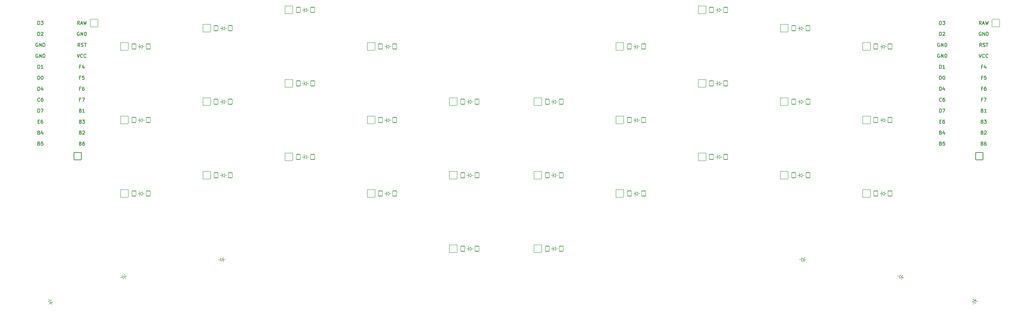
<source format=gbr>
%TF.GenerationSoftware,KiCad,Pcbnew,(6.0.4)*%
%TF.CreationDate,2022-07-03T23:33:08-04:00*%
%TF.ProjectId,glitch36,676c6974-6368-4333-962e-6b696361645f,v1.0.0*%
%TF.SameCoordinates,Original*%
%TF.FileFunction,Legend,Top*%
%TF.FilePolarity,Positive*%
%FSLAX46Y46*%
G04 Gerber Fmt 4.6, Leading zero omitted, Abs format (unit mm)*
G04 Created by KiCad (PCBNEW (6.0.4)) date 2022-07-03 23:33:08*
%MOMM*%
%LPD*%
G01*
G04 APERTURE LIST*
G04 Aperture macros list*
%AMRoundRect*
0 Rectangle with rounded corners*
0 $1 Rounding radius*
0 $2 $3 $4 $5 $6 $7 $8 $9 X,Y pos of 4 corners*
0 Add a 4 corners polygon primitive as box body*
4,1,4,$2,$3,$4,$5,$6,$7,$8,$9,$2,$3,0*
0 Add four circle primitives for the rounded corners*
1,1,$1+$1,$2,$3*
1,1,$1+$1,$4,$5*
1,1,$1+$1,$6,$7*
1,1,$1+$1,$8,$9*
0 Add four rect primitives between the rounded corners*
20,1,$1+$1,$2,$3,$4,$5,0*
20,1,$1+$1,$4,$5,$6,$7,0*
20,1,$1+$1,$6,$7,$8,$9,0*
20,1,$1+$1,$8,$9,$2,$3,0*%
G04 Aperture macros list end*
%ADD10C,0.150000*%
%ADD11C,0.100000*%
%ADD12R,1.752600X1.752600*%
%ADD13C,1.752600*%
%ADD14C,3.529000*%
%ADD15C,1.801800*%
%ADD16C,2.600000*%
%ADD17RoundRect,0.050000X-0.450000X-0.600000X0.450000X-0.600000X0.450000X0.600000X-0.450000X0.600000X0*%
%ADD18C,2.005000*%
%ADD19RoundRect,0.050000X-0.889000X-0.889000X0.889000X-0.889000X0.889000X0.889000X-0.889000X0.889000X0*%
%ADD20RoundRect,0.050000X0.500581X0.558497X-0.395994X0.636937X-0.500581X-0.558497X0.395994X-0.636937X0*%
%ADD21RoundRect,0.050000X0.963099X0.808136X-0.808136X0.963099X-0.963099X-0.808136X0.808136X-0.963099X0*%
%ADD22RoundRect,0.050000X0.589958X0.463087X-0.279375X0.696024X-0.589958X-0.463087X0.279375X-0.696024X0*%
%ADD23RoundRect,0.050000X1.088798X0.628618X-0.628618X1.088798X-1.088798X-0.628618X0.628618X-1.088798X0*%
%ADD24RoundRect,0.050000X-0.294615X0.689711X-0.744615X-0.089711X0.294615X-0.689711X0.744615X0.089711X0*%
%ADD25RoundRect,0.050000X-0.325397X1.214397X-1.214397X-0.325397X0.325397X-1.214397X1.214397X0.325397X0*%
%ADD26RoundRect,0.050000X0.395994X0.636937X-0.500581X0.558497X-0.395994X-0.636937X0.500581X-0.558497X0*%
%ADD27RoundRect,0.050000X0.808136X0.963099X-0.963099X0.808136X-0.808136X-0.963099X0.963099X-0.808136X0*%
%ADD28RoundRect,0.050000X0.279375X0.696024X-0.589958X0.463087X-0.279375X-0.696024X0.589958X-0.463087X0*%
%ADD29RoundRect,0.050000X0.628618X1.088798X-1.088798X0.628618X-0.628618X-1.088798X1.088798X-0.628618X0*%
%ADD30RoundRect,0.050000X0.744615X-0.089711X0.294615X0.689711X-0.744615X0.089711X-0.294615X-0.689711X0*%
%ADD31RoundRect,0.050000X1.214397X-0.325397X0.325397X1.214397X-1.214397X0.325397X-0.325397X-1.214397X0*%
%ADD32RoundRect,0.050000X-0.876300X0.876300X-0.876300X-0.876300X0.876300X-0.876300X0.876300X0.876300X0*%
%ADD33C,1.852600*%
%ADD34C,1.600000*%
%ADD35O,2.300000X1.700000*%
%ADD36O,1.800000X1.800000*%
%ADD37RoundRect,0.050000X-0.850000X-0.850000X0.850000X-0.850000X0.850000X0.850000X-0.850000X0.850000X0*%
%ADD38C,4.500000*%
%ADD39C,0.900000*%
G04 APERTURE END LIST*
D10*
%TO.C,MCU1*%
X98747619Y47358095D02*
X98480952Y47739047D01*
X98290476Y47358095D02*
X98290476Y48158095D01*
X98595238Y48158095D01*
X98671428Y48120000D01*
X98709523Y48081904D01*
X98747619Y48005714D01*
X98747619Y47891428D01*
X98709523Y47815238D01*
X98671428Y47777142D01*
X98595238Y47739047D01*
X98290476Y47739047D01*
X99052380Y47586666D02*
X99433333Y47586666D01*
X98976190Y47358095D02*
X99242857Y48158095D01*
X99509523Y47358095D01*
X99700000Y48158095D02*
X99890476Y47358095D01*
X100042857Y47929523D01*
X100195238Y47358095D01*
X100385714Y48158095D01*
X98690476Y45580000D02*
X98614285Y45618095D01*
X98500000Y45618095D01*
X98385714Y45580000D01*
X98309523Y45503809D01*
X98271428Y45427619D01*
X98233333Y45275238D01*
X98233333Y45160952D01*
X98271428Y45008571D01*
X98309523Y44932380D01*
X98385714Y44856190D01*
X98500000Y44818095D01*
X98576190Y44818095D01*
X98690476Y44856190D01*
X98728571Y44894285D01*
X98728571Y45160952D01*
X98576190Y45160952D01*
X99071428Y44818095D02*
X99071428Y45618095D01*
X99528571Y44818095D01*
X99528571Y45618095D01*
X99909523Y44818095D02*
X99909523Y45618095D01*
X100100000Y45618095D01*
X100214285Y45580000D01*
X100290476Y45503809D01*
X100328571Y45427619D01*
X100366666Y45275238D01*
X100366666Y45160952D01*
X100328571Y45008571D01*
X100290476Y44932380D01*
X100214285Y44856190D01*
X100100000Y44818095D01*
X99909523Y44818095D01*
X98861904Y42278095D02*
X98595238Y42659047D01*
X98404761Y42278095D02*
X98404761Y43078095D01*
X98709523Y43078095D01*
X98785714Y43040000D01*
X98823809Y43001904D01*
X98861904Y42925714D01*
X98861904Y42811428D01*
X98823809Y42735238D01*
X98785714Y42697142D01*
X98709523Y42659047D01*
X98404761Y42659047D01*
X99166666Y42316190D02*
X99280952Y42278095D01*
X99471428Y42278095D01*
X99547619Y42316190D01*
X99585714Y42354285D01*
X99623809Y42430476D01*
X99623809Y42506666D01*
X99585714Y42582857D01*
X99547619Y42620952D01*
X99471428Y42659047D01*
X99319047Y42697142D01*
X99242857Y42735238D01*
X99204761Y42773333D01*
X99166666Y42849523D01*
X99166666Y42925714D01*
X99204761Y43001904D01*
X99242857Y43040000D01*
X99319047Y43078095D01*
X99509523Y43078095D01*
X99623809Y43040000D01*
X99852380Y43078095D02*
X100309523Y43078095D01*
X100080952Y42278095D02*
X100080952Y43078095D01*
X98233333Y40538095D02*
X98500000Y39738095D01*
X98766666Y40538095D01*
X99490476Y39814285D02*
X99452380Y39776190D01*
X99338095Y39738095D01*
X99261904Y39738095D01*
X99147619Y39776190D01*
X99071428Y39852380D01*
X99033333Y39928571D01*
X98995238Y40080952D01*
X98995238Y40195238D01*
X99033333Y40347619D01*
X99071428Y40423809D01*
X99147619Y40500000D01*
X99261904Y40538095D01*
X99338095Y40538095D01*
X99452380Y40500000D01*
X99490476Y40461904D01*
X100290476Y39814285D02*
X100252380Y39776190D01*
X100138095Y39738095D01*
X100061904Y39738095D01*
X99947619Y39776190D01*
X99871428Y39852380D01*
X99833333Y39928571D01*
X99795238Y40080952D01*
X99795238Y40195238D01*
X99833333Y40347619D01*
X99871428Y40423809D01*
X99947619Y40500000D01*
X100061904Y40538095D01*
X100138095Y40538095D01*
X100252380Y40500000D01*
X100290476Y40461904D01*
X99033333Y37617142D02*
X98766666Y37617142D01*
X98766666Y37198095D02*
X98766666Y37998095D01*
X99147619Y37998095D01*
X99795238Y37731428D02*
X99795238Y37198095D01*
X99604761Y38036190D02*
X99414285Y37464761D01*
X99909523Y37464761D01*
X99033333Y35077142D02*
X98766666Y35077142D01*
X98766666Y34658095D02*
X98766666Y35458095D01*
X99147619Y35458095D01*
X99833333Y35458095D02*
X99452380Y35458095D01*
X99414285Y35077142D01*
X99452380Y35115238D01*
X99528571Y35153333D01*
X99719047Y35153333D01*
X99795238Y35115238D01*
X99833333Y35077142D01*
X99871428Y35000952D01*
X99871428Y34810476D01*
X99833333Y34734285D01*
X99795238Y34696190D01*
X99719047Y34658095D01*
X99528571Y34658095D01*
X99452380Y34696190D01*
X99414285Y34734285D01*
X99033333Y32537142D02*
X98766666Y32537142D01*
X98766666Y32118095D02*
X98766666Y32918095D01*
X99147619Y32918095D01*
X99795238Y32918095D02*
X99642857Y32918095D01*
X99566666Y32880000D01*
X99528571Y32841904D01*
X99452380Y32727619D01*
X99414285Y32575238D01*
X99414285Y32270476D01*
X99452380Y32194285D01*
X99490476Y32156190D01*
X99566666Y32118095D01*
X99719047Y32118095D01*
X99795238Y32156190D01*
X99833333Y32194285D01*
X99871428Y32270476D01*
X99871428Y32460952D01*
X99833333Y32537142D01*
X99795238Y32575238D01*
X99719047Y32613333D01*
X99566666Y32613333D01*
X99490476Y32575238D01*
X99452380Y32537142D01*
X99414285Y32460952D01*
X99033333Y29997142D02*
X98766666Y29997142D01*
X98766666Y29578095D02*
X98766666Y30378095D01*
X99147619Y30378095D01*
X99376190Y30378095D02*
X99909523Y30378095D01*
X99566666Y29578095D01*
X98976190Y27457142D02*
X99090476Y27419047D01*
X99128571Y27380952D01*
X99166666Y27304761D01*
X99166666Y27190476D01*
X99128571Y27114285D01*
X99090476Y27076190D01*
X99014285Y27038095D01*
X98709523Y27038095D01*
X98709523Y27838095D01*
X98976190Y27838095D01*
X99052380Y27800000D01*
X99090476Y27761904D01*
X99128571Y27685714D01*
X99128571Y27609523D01*
X99090476Y27533333D01*
X99052380Y27495238D01*
X98976190Y27457142D01*
X98709523Y27457142D01*
X99928571Y27038095D02*
X99471428Y27038095D01*
X99700000Y27038095D02*
X99700000Y27838095D01*
X99623809Y27723809D01*
X99547619Y27647619D01*
X99471428Y27609523D01*
X98976190Y24917142D02*
X99090476Y24879047D01*
X99128571Y24840952D01*
X99166666Y24764761D01*
X99166666Y24650476D01*
X99128571Y24574285D01*
X99090476Y24536190D01*
X99014285Y24498095D01*
X98709523Y24498095D01*
X98709523Y25298095D01*
X98976190Y25298095D01*
X99052380Y25260000D01*
X99090476Y25221904D01*
X99128571Y25145714D01*
X99128571Y25069523D01*
X99090476Y24993333D01*
X99052380Y24955238D01*
X98976190Y24917142D01*
X98709523Y24917142D01*
X99433333Y25298095D02*
X99928571Y25298095D01*
X99661904Y24993333D01*
X99776190Y24993333D01*
X99852380Y24955238D01*
X99890476Y24917142D01*
X99928571Y24840952D01*
X99928571Y24650476D01*
X99890476Y24574285D01*
X99852380Y24536190D01*
X99776190Y24498095D01*
X99547619Y24498095D01*
X99471428Y24536190D01*
X99433333Y24574285D01*
X98976190Y22377142D02*
X99090476Y22339047D01*
X99128571Y22300952D01*
X99166666Y22224761D01*
X99166666Y22110476D01*
X99128571Y22034285D01*
X99090476Y21996190D01*
X99014285Y21958095D01*
X98709523Y21958095D01*
X98709523Y22758095D01*
X98976190Y22758095D01*
X99052380Y22720000D01*
X99090476Y22681904D01*
X99128571Y22605714D01*
X99128571Y22529523D01*
X99090476Y22453333D01*
X99052380Y22415238D01*
X98976190Y22377142D01*
X98709523Y22377142D01*
X99471428Y22681904D02*
X99509523Y22720000D01*
X99585714Y22758095D01*
X99776190Y22758095D01*
X99852380Y22720000D01*
X99890476Y22681904D01*
X99928571Y22605714D01*
X99928571Y22529523D01*
X99890476Y22415238D01*
X99433333Y21958095D01*
X99928571Y21958095D01*
X98976190Y19837142D02*
X99090476Y19799047D01*
X99128571Y19760952D01*
X99166666Y19684761D01*
X99166666Y19570476D01*
X99128571Y19494285D01*
X99090476Y19456190D01*
X99014285Y19418095D01*
X98709523Y19418095D01*
X98709523Y20218095D01*
X98976190Y20218095D01*
X99052380Y20180000D01*
X99090476Y20141904D01*
X99128571Y20065714D01*
X99128571Y19989523D01*
X99090476Y19913333D01*
X99052380Y19875238D01*
X98976190Y19837142D01*
X98709523Y19837142D01*
X99852380Y20218095D02*
X99700000Y20218095D01*
X99623809Y20180000D01*
X99585714Y20141904D01*
X99509523Y20027619D01*
X99471428Y19875238D01*
X99471428Y19570476D01*
X99509523Y19494285D01*
X99547619Y19456190D01*
X99623809Y19418095D01*
X99776190Y19418095D01*
X99852380Y19456190D01*
X99890476Y19494285D01*
X99928571Y19570476D01*
X99928571Y19760952D01*
X99890476Y19837142D01*
X99852380Y19875238D01*
X99776190Y19913333D01*
X99623809Y19913333D01*
X99547619Y19875238D01*
X99509523Y19837142D01*
X99471428Y19760952D01*
X89109523Y47358095D02*
X89109523Y48158095D01*
X89300000Y48158095D01*
X89414285Y48120000D01*
X89490476Y48043809D01*
X89528571Y47967619D01*
X89566666Y47815238D01*
X89566666Y47700952D01*
X89528571Y47548571D01*
X89490476Y47472380D01*
X89414285Y47396190D01*
X89300000Y47358095D01*
X89109523Y47358095D01*
X89833333Y48158095D02*
X90328571Y48158095D01*
X90061904Y47853333D01*
X90176190Y47853333D01*
X90252380Y47815238D01*
X90290476Y47777142D01*
X90328571Y47700952D01*
X90328571Y47510476D01*
X90290476Y47434285D01*
X90252380Y47396190D01*
X90176190Y47358095D01*
X89947619Y47358095D01*
X89871428Y47396190D01*
X89833333Y47434285D01*
X89109523Y44818095D02*
X89109523Y45618095D01*
X89300000Y45618095D01*
X89414285Y45580000D01*
X89490476Y45503809D01*
X89528571Y45427619D01*
X89566666Y45275238D01*
X89566666Y45160952D01*
X89528571Y45008571D01*
X89490476Y44932380D01*
X89414285Y44856190D01*
X89300000Y44818095D01*
X89109523Y44818095D01*
X89871428Y45541904D02*
X89909523Y45580000D01*
X89985714Y45618095D01*
X90176190Y45618095D01*
X90252380Y45580000D01*
X90290476Y45541904D01*
X90328571Y45465714D01*
X90328571Y45389523D01*
X90290476Y45275238D01*
X89833333Y44818095D01*
X90328571Y44818095D01*
X89090476Y43040000D02*
X89014285Y43078095D01*
X88900000Y43078095D01*
X88785714Y43040000D01*
X88709523Y42963809D01*
X88671428Y42887619D01*
X88633333Y42735238D01*
X88633333Y42620952D01*
X88671428Y42468571D01*
X88709523Y42392380D01*
X88785714Y42316190D01*
X88900000Y42278095D01*
X88976190Y42278095D01*
X89090476Y42316190D01*
X89128571Y42354285D01*
X89128571Y42620952D01*
X88976190Y42620952D01*
X89471428Y42278095D02*
X89471428Y43078095D01*
X89928571Y42278095D01*
X89928571Y43078095D01*
X90309523Y42278095D02*
X90309523Y43078095D01*
X90500000Y43078095D01*
X90614285Y43040000D01*
X90690476Y42963809D01*
X90728571Y42887619D01*
X90766666Y42735238D01*
X90766666Y42620952D01*
X90728571Y42468571D01*
X90690476Y42392380D01*
X90614285Y42316190D01*
X90500000Y42278095D01*
X90309523Y42278095D01*
X89090476Y40500000D02*
X89014285Y40538095D01*
X88900000Y40538095D01*
X88785714Y40500000D01*
X88709523Y40423809D01*
X88671428Y40347619D01*
X88633333Y40195238D01*
X88633333Y40080952D01*
X88671428Y39928571D01*
X88709523Y39852380D01*
X88785714Y39776190D01*
X88900000Y39738095D01*
X88976190Y39738095D01*
X89090476Y39776190D01*
X89128571Y39814285D01*
X89128571Y40080952D01*
X88976190Y40080952D01*
X89471428Y39738095D02*
X89471428Y40538095D01*
X89928571Y39738095D01*
X89928571Y40538095D01*
X90309523Y39738095D02*
X90309523Y40538095D01*
X90500000Y40538095D01*
X90614285Y40500000D01*
X90690476Y40423809D01*
X90728571Y40347619D01*
X90766666Y40195238D01*
X90766666Y40080952D01*
X90728571Y39928571D01*
X90690476Y39852380D01*
X90614285Y39776190D01*
X90500000Y39738095D01*
X90309523Y39738095D01*
X89109523Y37198095D02*
X89109523Y37998095D01*
X89300000Y37998095D01*
X89414285Y37960000D01*
X89490476Y37883809D01*
X89528571Y37807619D01*
X89566666Y37655238D01*
X89566666Y37540952D01*
X89528571Y37388571D01*
X89490476Y37312380D01*
X89414285Y37236190D01*
X89300000Y37198095D01*
X89109523Y37198095D01*
X90328571Y37198095D02*
X89871428Y37198095D01*
X90100000Y37198095D02*
X90100000Y37998095D01*
X90023809Y37883809D01*
X89947619Y37807619D01*
X89871428Y37769523D01*
X89109523Y34658095D02*
X89109523Y35458095D01*
X89300000Y35458095D01*
X89414285Y35420000D01*
X89490476Y35343809D01*
X89528571Y35267619D01*
X89566666Y35115238D01*
X89566666Y35000952D01*
X89528571Y34848571D01*
X89490476Y34772380D01*
X89414285Y34696190D01*
X89300000Y34658095D01*
X89109523Y34658095D01*
X90061904Y35458095D02*
X90138095Y35458095D01*
X90214285Y35420000D01*
X90252380Y35381904D01*
X90290476Y35305714D01*
X90328571Y35153333D01*
X90328571Y34962857D01*
X90290476Y34810476D01*
X90252380Y34734285D01*
X90214285Y34696190D01*
X90138095Y34658095D01*
X90061904Y34658095D01*
X89985714Y34696190D01*
X89947619Y34734285D01*
X89909523Y34810476D01*
X89871428Y34962857D01*
X89871428Y35153333D01*
X89909523Y35305714D01*
X89947619Y35381904D01*
X89985714Y35420000D01*
X90061904Y35458095D01*
X89109523Y32118095D02*
X89109523Y32918095D01*
X89300000Y32918095D01*
X89414285Y32880000D01*
X89490476Y32803809D01*
X89528571Y32727619D01*
X89566666Y32575238D01*
X89566666Y32460952D01*
X89528571Y32308571D01*
X89490476Y32232380D01*
X89414285Y32156190D01*
X89300000Y32118095D01*
X89109523Y32118095D01*
X90252380Y32651428D02*
X90252380Y32118095D01*
X90061904Y32956190D02*
X89871428Y32384761D01*
X90366666Y32384761D01*
X89566666Y29654285D02*
X89528571Y29616190D01*
X89414285Y29578095D01*
X89338095Y29578095D01*
X89223809Y29616190D01*
X89147619Y29692380D01*
X89109523Y29768571D01*
X89071428Y29920952D01*
X89071428Y30035238D01*
X89109523Y30187619D01*
X89147619Y30263809D01*
X89223809Y30340000D01*
X89338095Y30378095D01*
X89414285Y30378095D01*
X89528571Y30340000D01*
X89566666Y30301904D01*
X90252380Y30378095D02*
X90100000Y30378095D01*
X90023809Y30340000D01*
X89985714Y30301904D01*
X89909523Y30187619D01*
X89871428Y30035238D01*
X89871428Y29730476D01*
X89909523Y29654285D01*
X89947619Y29616190D01*
X90023809Y29578095D01*
X90176190Y29578095D01*
X90252380Y29616190D01*
X90290476Y29654285D01*
X90328571Y29730476D01*
X90328571Y29920952D01*
X90290476Y29997142D01*
X90252380Y30035238D01*
X90176190Y30073333D01*
X90023809Y30073333D01*
X89947619Y30035238D01*
X89909523Y29997142D01*
X89871428Y29920952D01*
X89109523Y27038095D02*
X89109523Y27838095D01*
X89300000Y27838095D01*
X89414285Y27800000D01*
X89490476Y27723809D01*
X89528571Y27647619D01*
X89566666Y27495238D01*
X89566666Y27380952D01*
X89528571Y27228571D01*
X89490476Y27152380D01*
X89414285Y27076190D01*
X89300000Y27038095D01*
X89109523Y27038095D01*
X89833333Y27838095D02*
X90366666Y27838095D01*
X90023809Y27038095D01*
X89147619Y24917142D02*
X89414285Y24917142D01*
X89528571Y24498095D02*
X89147619Y24498095D01*
X89147619Y25298095D01*
X89528571Y25298095D01*
X90214285Y25298095D02*
X90061904Y25298095D01*
X89985714Y25260000D01*
X89947619Y25221904D01*
X89871428Y25107619D01*
X89833333Y24955238D01*
X89833333Y24650476D01*
X89871428Y24574285D01*
X89909523Y24536190D01*
X89985714Y24498095D01*
X90138095Y24498095D01*
X90214285Y24536190D01*
X90252380Y24574285D01*
X90290476Y24650476D01*
X90290476Y24840952D01*
X90252380Y24917142D01*
X90214285Y24955238D01*
X90138095Y24993333D01*
X89985714Y24993333D01*
X89909523Y24955238D01*
X89871428Y24917142D01*
X89833333Y24840952D01*
X89376190Y22377142D02*
X89490476Y22339047D01*
X89528571Y22300952D01*
X89566666Y22224761D01*
X89566666Y22110476D01*
X89528571Y22034285D01*
X89490476Y21996190D01*
X89414285Y21958095D01*
X89109523Y21958095D01*
X89109523Y22758095D01*
X89376190Y22758095D01*
X89452380Y22720000D01*
X89490476Y22681904D01*
X89528571Y22605714D01*
X89528571Y22529523D01*
X89490476Y22453333D01*
X89452380Y22415238D01*
X89376190Y22377142D01*
X89109523Y22377142D01*
X90252380Y22491428D02*
X90252380Y21958095D01*
X90061904Y22796190D02*
X89871428Y22224761D01*
X90366666Y22224761D01*
X89376190Y19837142D02*
X89490476Y19799047D01*
X89528571Y19760952D01*
X89566666Y19684761D01*
X89566666Y19570476D01*
X89528571Y19494285D01*
X89490476Y19456190D01*
X89414285Y19418095D01*
X89109523Y19418095D01*
X89109523Y20218095D01*
X89376190Y20218095D01*
X89452380Y20180000D01*
X89490476Y20141904D01*
X89528571Y20065714D01*
X89528571Y19989523D01*
X89490476Y19913333D01*
X89452380Y19875238D01*
X89376190Y19837142D01*
X89109523Y19837142D01*
X90290476Y20218095D02*
X89909523Y20218095D01*
X89871428Y19837142D01*
X89909523Y19875238D01*
X89985714Y19913333D01*
X90176190Y19913333D01*
X90252380Y19875238D01*
X90290476Y19837142D01*
X90328571Y19760952D01*
X90328571Y19570476D01*
X90290476Y19494285D01*
X90252380Y19456190D01*
X90176190Y19418095D01*
X89985714Y19418095D01*
X89909523Y19456190D01*
X89871428Y19494285D01*
%TO.C,MCU2*%
X-109802380Y47358095D02*
X-110069047Y47739047D01*
X-110259523Y47358095D02*
X-110259523Y48158095D01*
X-109954761Y48158095D01*
X-109878571Y48120000D01*
X-109840476Y48081904D01*
X-109802380Y48005714D01*
X-109802380Y47891428D01*
X-109840476Y47815238D01*
X-109878571Y47777142D01*
X-109954761Y47739047D01*
X-110259523Y47739047D01*
X-109497619Y47586666D02*
X-109116666Y47586666D01*
X-109573809Y47358095D02*
X-109307142Y48158095D01*
X-109040476Y47358095D01*
X-108850000Y48158095D02*
X-108659523Y47358095D01*
X-108507142Y47929523D01*
X-108354761Y47358095D01*
X-108164285Y48158095D01*
X-109859523Y45580000D02*
X-109935714Y45618095D01*
X-110050000Y45618095D01*
X-110164285Y45580000D01*
X-110240476Y45503809D01*
X-110278571Y45427619D01*
X-110316666Y45275238D01*
X-110316666Y45160952D01*
X-110278571Y45008571D01*
X-110240476Y44932380D01*
X-110164285Y44856190D01*
X-110050000Y44818095D01*
X-109973809Y44818095D01*
X-109859523Y44856190D01*
X-109821428Y44894285D01*
X-109821428Y45160952D01*
X-109973809Y45160952D01*
X-109478571Y44818095D02*
X-109478571Y45618095D01*
X-109021428Y44818095D01*
X-109021428Y45618095D01*
X-108640476Y44818095D02*
X-108640476Y45618095D01*
X-108450000Y45618095D01*
X-108335714Y45580000D01*
X-108259523Y45503809D01*
X-108221428Y45427619D01*
X-108183333Y45275238D01*
X-108183333Y45160952D01*
X-108221428Y45008571D01*
X-108259523Y44932380D01*
X-108335714Y44856190D01*
X-108450000Y44818095D01*
X-108640476Y44818095D01*
X-109688095Y42278095D02*
X-109954761Y42659047D01*
X-110145238Y42278095D02*
X-110145238Y43078095D01*
X-109840476Y43078095D01*
X-109764285Y43040000D01*
X-109726190Y43001904D01*
X-109688095Y42925714D01*
X-109688095Y42811428D01*
X-109726190Y42735238D01*
X-109764285Y42697142D01*
X-109840476Y42659047D01*
X-110145238Y42659047D01*
X-109383333Y42316190D02*
X-109269047Y42278095D01*
X-109078571Y42278095D01*
X-109002380Y42316190D01*
X-108964285Y42354285D01*
X-108926190Y42430476D01*
X-108926190Y42506666D01*
X-108964285Y42582857D01*
X-109002380Y42620952D01*
X-109078571Y42659047D01*
X-109230952Y42697142D01*
X-109307142Y42735238D01*
X-109345238Y42773333D01*
X-109383333Y42849523D01*
X-109383333Y42925714D01*
X-109345238Y43001904D01*
X-109307142Y43040000D01*
X-109230952Y43078095D01*
X-109040476Y43078095D01*
X-108926190Y43040000D01*
X-108697619Y43078095D02*
X-108240476Y43078095D01*
X-108469047Y42278095D02*
X-108469047Y43078095D01*
X-110316666Y40538095D02*
X-110050000Y39738095D01*
X-109783333Y40538095D01*
X-109059523Y39814285D02*
X-109097619Y39776190D01*
X-109211904Y39738095D01*
X-109288095Y39738095D01*
X-109402380Y39776190D01*
X-109478571Y39852380D01*
X-109516666Y39928571D01*
X-109554761Y40080952D01*
X-109554761Y40195238D01*
X-109516666Y40347619D01*
X-109478571Y40423809D01*
X-109402380Y40500000D01*
X-109288095Y40538095D01*
X-109211904Y40538095D01*
X-109097619Y40500000D01*
X-109059523Y40461904D01*
X-108259523Y39814285D02*
X-108297619Y39776190D01*
X-108411904Y39738095D01*
X-108488095Y39738095D01*
X-108602380Y39776190D01*
X-108678571Y39852380D01*
X-108716666Y39928571D01*
X-108754761Y40080952D01*
X-108754761Y40195238D01*
X-108716666Y40347619D01*
X-108678571Y40423809D01*
X-108602380Y40500000D01*
X-108488095Y40538095D01*
X-108411904Y40538095D01*
X-108297619Y40500000D01*
X-108259523Y40461904D01*
X-109516666Y37617142D02*
X-109783333Y37617142D01*
X-109783333Y37198095D02*
X-109783333Y37998095D01*
X-109402380Y37998095D01*
X-108754761Y37731428D02*
X-108754761Y37198095D01*
X-108945238Y38036190D02*
X-109135714Y37464761D01*
X-108640476Y37464761D01*
X-109516666Y35077142D02*
X-109783333Y35077142D01*
X-109783333Y34658095D02*
X-109783333Y35458095D01*
X-109402380Y35458095D01*
X-108716666Y35458095D02*
X-109097619Y35458095D01*
X-109135714Y35077142D01*
X-109097619Y35115238D01*
X-109021428Y35153333D01*
X-108830952Y35153333D01*
X-108754761Y35115238D01*
X-108716666Y35077142D01*
X-108678571Y35000952D01*
X-108678571Y34810476D01*
X-108716666Y34734285D01*
X-108754761Y34696190D01*
X-108830952Y34658095D01*
X-109021428Y34658095D01*
X-109097619Y34696190D01*
X-109135714Y34734285D01*
X-109516666Y32537142D02*
X-109783333Y32537142D01*
X-109783333Y32118095D02*
X-109783333Y32918095D01*
X-109402380Y32918095D01*
X-108754761Y32918095D02*
X-108907142Y32918095D01*
X-108983333Y32880000D01*
X-109021428Y32841904D01*
X-109097619Y32727619D01*
X-109135714Y32575238D01*
X-109135714Y32270476D01*
X-109097619Y32194285D01*
X-109059523Y32156190D01*
X-108983333Y32118095D01*
X-108830952Y32118095D01*
X-108754761Y32156190D01*
X-108716666Y32194285D01*
X-108678571Y32270476D01*
X-108678571Y32460952D01*
X-108716666Y32537142D01*
X-108754761Y32575238D01*
X-108830952Y32613333D01*
X-108983333Y32613333D01*
X-109059523Y32575238D01*
X-109097619Y32537142D01*
X-109135714Y32460952D01*
X-109516666Y29997142D02*
X-109783333Y29997142D01*
X-109783333Y29578095D02*
X-109783333Y30378095D01*
X-109402380Y30378095D01*
X-109173809Y30378095D02*
X-108640476Y30378095D01*
X-108983333Y29578095D01*
X-109573809Y27457142D02*
X-109459523Y27419047D01*
X-109421428Y27380952D01*
X-109383333Y27304761D01*
X-109383333Y27190476D01*
X-109421428Y27114285D01*
X-109459523Y27076190D01*
X-109535714Y27038095D01*
X-109840476Y27038095D01*
X-109840476Y27838095D01*
X-109573809Y27838095D01*
X-109497619Y27800000D01*
X-109459523Y27761904D01*
X-109421428Y27685714D01*
X-109421428Y27609523D01*
X-109459523Y27533333D01*
X-109497619Y27495238D01*
X-109573809Y27457142D01*
X-109840476Y27457142D01*
X-108621428Y27038095D02*
X-109078571Y27038095D01*
X-108850000Y27038095D02*
X-108850000Y27838095D01*
X-108926190Y27723809D01*
X-109002380Y27647619D01*
X-109078571Y27609523D01*
X-109573809Y24917142D02*
X-109459523Y24879047D01*
X-109421428Y24840952D01*
X-109383333Y24764761D01*
X-109383333Y24650476D01*
X-109421428Y24574285D01*
X-109459523Y24536190D01*
X-109535714Y24498095D01*
X-109840476Y24498095D01*
X-109840476Y25298095D01*
X-109573809Y25298095D01*
X-109497619Y25260000D01*
X-109459523Y25221904D01*
X-109421428Y25145714D01*
X-109421428Y25069523D01*
X-109459523Y24993333D01*
X-109497619Y24955238D01*
X-109573809Y24917142D01*
X-109840476Y24917142D01*
X-109116666Y25298095D02*
X-108621428Y25298095D01*
X-108888095Y24993333D01*
X-108773809Y24993333D01*
X-108697619Y24955238D01*
X-108659523Y24917142D01*
X-108621428Y24840952D01*
X-108621428Y24650476D01*
X-108659523Y24574285D01*
X-108697619Y24536190D01*
X-108773809Y24498095D01*
X-109002380Y24498095D01*
X-109078571Y24536190D01*
X-109116666Y24574285D01*
X-109573809Y22377142D02*
X-109459523Y22339047D01*
X-109421428Y22300952D01*
X-109383333Y22224761D01*
X-109383333Y22110476D01*
X-109421428Y22034285D01*
X-109459523Y21996190D01*
X-109535714Y21958095D01*
X-109840476Y21958095D01*
X-109840476Y22758095D01*
X-109573809Y22758095D01*
X-109497619Y22720000D01*
X-109459523Y22681904D01*
X-109421428Y22605714D01*
X-109421428Y22529523D01*
X-109459523Y22453333D01*
X-109497619Y22415238D01*
X-109573809Y22377142D01*
X-109840476Y22377142D01*
X-109078571Y22681904D02*
X-109040476Y22720000D01*
X-108964285Y22758095D01*
X-108773809Y22758095D01*
X-108697619Y22720000D01*
X-108659523Y22681904D01*
X-108621428Y22605714D01*
X-108621428Y22529523D01*
X-108659523Y22415238D01*
X-109116666Y21958095D01*
X-108621428Y21958095D01*
X-109573809Y19837142D02*
X-109459523Y19799047D01*
X-109421428Y19760952D01*
X-109383333Y19684761D01*
X-109383333Y19570476D01*
X-109421428Y19494285D01*
X-109459523Y19456190D01*
X-109535714Y19418095D01*
X-109840476Y19418095D01*
X-109840476Y20218095D01*
X-109573809Y20218095D01*
X-109497619Y20180000D01*
X-109459523Y20141904D01*
X-109421428Y20065714D01*
X-109421428Y19989523D01*
X-109459523Y19913333D01*
X-109497619Y19875238D01*
X-109573809Y19837142D01*
X-109840476Y19837142D01*
X-108697619Y20218095D02*
X-108850000Y20218095D01*
X-108926190Y20180000D01*
X-108964285Y20141904D01*
X-109040476Y20027619D01*
X-109078571Y19875238D01*
X-109078571Y19570476D01*
X-109040476Y19494285D01*
X-109002380Y19456190D01*
X-108926190Y19418095D01*
X-108773809Y19418095D01*
X-108697619Y19456190D01*
X-108659523Y19494285D01*
X-108621428Y19570476D01*
X-108621428Y19760952D01*
X-108659523Y19837142D01*
X-108697619Y19875238D01*
X-108773809Y19913333D01*
X-108926190Y19913333D01*
X-109002380Y19875238D01*
X-109040476Y19837142D01*
X-109078571Y19760952D01*
X-119440476Y47358095D02*
X-119440476Y48158095D01*
X-119250000Y48158095D01*
X-119135714Y48120000D01*
X-119059523Y48043809D01*
X-119021428Y47967619D01*
X-118983333Y47815238D01*
X-118983333Y47700952D01*
X-119021428Y47548571D01*
X-119059523Y47472380D01*
X-119135714Y47396190D01*
X-119250000Y47358095D01*
X-119440476Y47358095D01*
X-118716666Y48158095D02*
X-118221428Y48158095D01*
X-118488095Y47853333D01*
X-118373809Y47853333D01*
X-118297619Y47815238D01*
X-118259523Y47777142D01*
X-118221428Y47700952D01*
X-118221428Y47510476D01*
X-118259523Y47434285D01*
X-118297619Y47396190D01*
X-118373809Y47358095D01*
X-118602380Y47358095D01*
X-118678571Y47396190D01*
X-118716666Y47434285D01*
X-119440476Y44818095D02*
X-119440476Y45618095D01*
X-119250000Y45618095D01*
X-119135714Y45580000D01*
X-119059523Y45503809D01*
X-119021428Y45427619D01*
X-118983333Y45275238D01*
X-118983333Y45160952D01*
X-119021428Y45008571D01*
X-119059523Y44932380D01*
X-119135714Y44856190D01*
X-119250000Y44818095D01*
X-119440476Y44818095D01*
X-118678571Y45541904D02*
X-118640476Y45580000D01*
X-118564285Y45618095D01*
X-118373809Y45618095D01*
X-118297619Y45580000D01*
X-118259523Y45541904D01*
X-118221428Y45465714D01*
X-118221428Y45389523D01*
X-118259523Y45275238D01*
X-118716666Y44818095D01*
X-118221428Y44818095D01*
X-119459523Y43040000D02*
X-119535714Y43078095D01*
X-119650000Y43078095D01*
X-119764285Y43040000D01*
X-119840476Y42963809D01*
X-119878571Y42887619D01*
X-119916666Y42735238D01*
X-119916666Y42620952D01*
X-119878571Y42468571D01*
X-119840476Y42392380D01*
X-119764285Y42316190D01*
X-119650000Y42278095D01*
X-119573809Y42278095D01*
X-119459523Y42316190D01*
X-119421428Y42354285D01*
X-119421428Y42620952D01*
X-119573809Y42620952D01*
X-119078571Y42278095D02*
X-119078571Y43078095D01*
X-118621428Y42278095D01*
X-118621428Y43078095D01*
X-118240476Y42278095D02*
X-118240476Y43078095D01*
X-118050000Y43078095D01*
X-117935714Y43040000D01*
X-117859523Y42963809D01*
X-117821428Y42887619D01*
X-117783333Y42735238D01*
X-117783333Y42620952D01*
X-117821428Y42468571D01*
X-117859523Y42392380D01*
X-117935714Y42316190D01*
X-118050000Y42278095D01*
X-118240476Y42278095D01*
X-119459523Y40500000D02*
X-119535714Y40538095D01*
X-119650000Y40538095D01*
X-119764285Y40500000D01*
X-119840476Y40423809D01*
X-119878571Y40347619D01*
X-119916666Y40195238D01*
X-119916666Y40080952D01*
X-119878571Y39928571D01*
X-119840476Y39852380D01*
X-119764285Y39776190D01*
X-119650000Y39738095D01*
X-119573809Y39738095D01*
X-119459523Y39776190D01*
X-119421428Y39814285D01*
X-119421428Y40080952D01*
X-119573809Y40080952D01*
X-119078571Y39738095D02*
X-119078571Y40538095D01*
X-118621428Y39738095D01*
X-118621428Y40538095D01*
X-118240476Y39738095D02*
X-118240476Y40538095D01*
X-118050000Y40538095D01*
X-117935714Y40500000D01*
X-117859523Y40423809D01*
X-117821428Y40347619D01*
X-117783333Y40195238D01*
X-117783333Y40080952D01*
X-117821428Y39928571D01*
X-117859523Y39852380D01*
X-117935714Y39776190D01*
X-118050000Y39738095D01*
X-118240476Y39738095D01*
X-119440476Y37198095D02*
X-119440476Y37998095D01*
X-119250000Y37998095D01*
X-119135714Y37960000D01*
X-119059523Y37883809D01*
X-119021428Y37807619D01*
X-118983333Y37655238D01*
X-118983333Y37540952D01*
X-119021428Y37388571D01*
X-119059523Y37312380D01*
X-119135714Y37236190D01*
X-119250000Y37198095D01*
X-119440476Y37198095D01*
X-118221428Y37198095D02*
X-118678571Y37198095D01*
X-118450000Y37198095D02*
X-118450000Y37998095D01*
X-118526190Y37883809D01*
X-118602380Y37807619D01*
X-118678571Y37769523D01*
X-119440476Y34658095D02*
X-119440476Y35458095D01*
X-119250000Y35458095D01*
X-119135714Y35420000D01*
X-119059523Y35343809D01*
X-119021428Y35267619D01*
X-118983333Y35115238D01*
X-118983333Y35000952D01*
X-119021428Y34848571D01*
X-119059523Y34772380D01*
X-119135714Y34696190D01*
X-119250000Y34658095D01*
X-119440476Y34658095D01*
X-118488095Y35458095D02*
X-118411904Y35458095D01*
X-118335714Y35420000D01*
X-118297619Y35381904D01*
X-118259523Y35305714D01*
X-118221428Y35153333D01*
X-118221428Y34962857D01*
X-118259523Y34810476D01*
X-118297619Y34734285D01*
X-118335714Y34696190D01*
X-118411904Y34658095D01*
X-118488095Y34658095D01*
X-118564285Y34696190D01*
X-118602380Y34734285D01*
X-118640476Y34810476D01*
X-118678571Y34962857D01*
X-118678571Y35153333D01*
X-118640476Y35305714D01*
X-118602380Y35381904D01*
X-118564285Y35420000D01*
X-118488095Y35458095D01*
X-119440476Y32118095D02*
X-119440476Y32918095D01*
X-119250000Y32918095D01*
X-119135714Y32880000D01*
X-119059523Y32803809D01*
X-119021428Y32727619D01*
X-118983333Y32575238D01*
X-118983333Y32460952D01*
X-119021428Y32308571D01*
X-119059523Y32232380D01*
X-119135714Y32156190D01*
X-119250000Y32118095D01*
X-119440476Y32118095D01*
X-118297619Y32651428D02*
X-118297619Y32118095D01*
X-118488095Y32956190D02*
X-118678571Y32384761D01*
X-118183333Y32384761D01*
X-118983333Y29654285D02*
X-119021428Y29616190D01*
X-119135714Y29578095D01*
X-119211904Y29578095D01*
X-119326190Y29616190D01*
X-119402380Y29692380D01*
X-119440476Y29768571D01*
X-119478571Y29920952D01*
X-119478571Y30035238D01*
X-119440476Y30187619D01*
X-119402380Y30263809D01*
X-119326190Y30340000D01*
X-119211904Y30378095D01*
X-119135714Y30378095D01*
X-119021428Y30340000D01*
X-118983333Y30301904D01*
X-118297619Y30378095D02*
X-118450000Y30378095D01*
X-118526190Y30340000D01*
X-118564285Y30301904D01*
X-118640476Y30187619D01*
X-118678571Y30035238D01*
X-118678571Y29730476D01*
X-118640476Y29654285D01*
X-118602380Y29616190D01*
X-118526190Y29578095D01*
X-118373809Y29578095D01*
X-118297619Y29616190D01*
X-118259523Y29654285D01*
X-118221428Y29730476D01*
X-118221428Y29920952D01*
X-118259523Y29997142D01*
X-118297619Y30035238D01*
X-118373809Y30073333D01*
X-118526190Y30073333D01*
X-118602380Y30035238D01*
X-118640476Y29997142D01*
X-118678571Y29920952D01*
X-119440476Y27038095D02*
X-119440476Y27838095D01*
X-119250000Y27838095D01*
X-119135714Y27800000D01*
X-119059523Y27723809D01*
X-119021428Y27647619D01*
X-118983333Y27495238D01*
X-118983333Y27380952D01*
X-119021428Y27228571D01*
X-119059523Y27152380D01*
X-119135714Y27076190D01*
X-119250000Y27038095D01*
X-119440476Y27038095D01*
X-118716666Y27838095D02*
X-118183333Y27838095D01*
X-118526190Y27038095D01*
X-119402380Y24917142D02*
X-119135714Y24917142D01*
X-119021428Y24498095D02*
X-119402380Y24498095D01*
X-119402380Y25298095D01*
X-119021428Y25298095D01*
X-118335714Y25298095D02*
X-118488095Y25298095D01*
X-118564285Y25260000D01*
X-118602380Y25221904D01*
X-118678571Y25107619D01*
X-118716666Y24955238D01*
X-118716666Y24650476D01*
X-118678571Y24574285D01*
X-118640476Y24536190D01*
X-118564285Y24498095D01*
X-118411904Y24498095D01*
X-118335714Y24536190D01*
X-118297619Y24574285D01*
X-118259523Y24650476D01*
X-118259523Y24840952D01*
X-118297619Y24917142D01*
X-118335714Y24955238D01*
X-118411904Y24993333D01*
X-118564285Y24993333D01*
X-118640476Y24955238D01*
X-118678571Y24917142D01*
X-118716666Y24840952D01*
X-119173809Y22377142D02*
X-119059523Y22339047D01*
X-119021428Y22300952D01*
X-118983333Y22224761D01*
X-118983333Y22110476D01*
X-119021428Y22034285D01*
X-119059523Y21996190D01*
X-119135714Y21958095D01*
X-119440476Y21958095D01*
X-119440476Y22758095D01*
X-119173809Y22758095D01*
X-119097619Y22720000D01*
X-119059523Y22681904D01*
X-119021428Y22605714D01*
X-119021428Y22529523D01*
X-119059523Y22453333D01*
X-119097619Y22415238D01*
X-119173809Y22377142D01*
X-119440476Y22377142D01*
X-118297619Y22491428D02*
X-118297619Y21958095D01*
X-118488095Y22796190D02*
X-118678571Y22224761D01*
X-118183333Y22224761D01*
X-119173809Y19837142D02*
X-119059523Y19799047D01*
X-119021428Y19760952D01*
X-118983333Y19684761D01*
X-118983333Y19570476D01*
X-119021428Y19494285D01*
X-119059523Y19456190D01*
X-119135714Y19418095D01*
X-119440476Y19418095D01*
X-119440476Y20218095D01*
X-119173809Y20218095D01*
X-119097619Y20180000D01*
X-119059523Y20141904D01*
X-119021428Y20065714D01*
X-119021428Y19989523D01*
X-119059523Y19913333D01*
X-119097619Y19875238D01*
X-119173809Y19837142D01*
X-119440476Y19837142D01*
X-118259523Y20218095D02*
X-118640476Y20218095D01*
X-118678571Y19837142D01*
X-118640476Y19875238D01*
X-118564285Y19913333D01*
X-118373809Y19913333D01*
X-118297619Y19875238D01*
X-118259523Y19837142D01*
X-118221428Y19760952D01*
X-118221428Y19570476D01*
X-118259523Y19494285D01*
X-118297619Y19456190D01*
X-118373809Y19418095D01*
X-118564285Y19418095D01*
X-118640476Y19456190D01*
X-118678571Y19494285D01*
%TO.C,*%
D11*
%TO.C,D1*%
X250000Y-4500000D02*
X750000Y-4500000D01*
X250000Y-4900000D02*
X-350000Y-4500000D01*
X250000Y-4100000D02*
X250000Y-4900000D01*
X-350000Y-4500000D02*
X250000Y-4100000D01*
X-350000Y-4500000D02*
X-350000Y-5050000D01*
X-350000Y-4500000D02*
X-350000Y-3950000D01*
X-750000Y-4500000D02*
X-350000Y-4500000D01*
%TO.C,D2*%
X250000Y12500000D02*
X750000Y12500000D01*
X250000Y12100000D02*
X-350000Y12500000D01*
X250000Y12900000D02*
X250000Y12100000D01*
X-350000Y12500000D02*
X250000Y12900000D01*
X-350000Y12500000D02*
X-350000Y11950000D01*
X-350000Y12500000D02*
X-350000Y13050000D01*
X-750000Y12500000D02*
X-350000Y12500000D01*
%TO.C,D3*%
X250000Y29500000D02*
X750000Y29500000D01*
X250000Y29100000D02*
X-350000Y29500000D01*
X250000Y29900000D02*
X250000Y29100000D01*
X-350000Y29500000D02*
X250000Y29900000D01*
X-350000Y29500000D02*
X-350000Y28950000D01*
X-350000Y29500000D02*
X-350000Y30050000D01*
X-750000Y29500000D02*
X-350000Y29500000D01*
%TO.C,D4*%
X19250000Y8250000D02*
X19750000Y8250000D01*
X19250000Y7850000D02*
X18650000Y8250000D01*
X19250000Y8650000D02*
X19250000Y7850000D01*
X18650000Y8250000D02*
X19250000Y8650000D01*
X18650000Y8250000D02*
X18650000Y7700000D01*
X18650000Y8250000D02*
X18650000Y8800000D01*
X18250000Y8250000D02*
X18650000Y8250000D01*
%TO.C,D5*%
X19250000Y25250000D02*
X19750000Y25250000D01*
X19250000Y24850000D02*
X18650000Y25250000D01*
X19250000Y25650000D02*
X19250000Y24850000D01*
X18650000Y25250000D02*
X19250000Y25650000D01*
X18650000Y25250000D02*
X18650000Y24700000D01*
X18650000Y25250000D02*
X18650000Y25800000D01*
X18250000Y25250000D02*
X18650000Y25250000D01*
%TO.C,D6*%
X19250000Y42250000D02*
X19750000Y42250000D01*
X19250000Y41850000D02*
X18650000Y42250000D01*
X19250000Y42650000D02*
X19250000Y41850000D01*
X18650000Y42250000D02*
X19250000Y42650000D01*
X18650000Y42250000D02*
X18650000Y41700000D01*
X18650000Y42250000D02*
X18650000Y42800000D01*
X18250000Y42250000D02*
X18650000Y42250000D01*
%TO.C,D7*%
X38250000Y16750000D02*
X38750000Y16750000D01*
X38250000Y16350000D02*
X37650000Y16750000D01*
X38250000Y17150000D02*
X38250000Y16350000D01*
X37650000Y16750000D02*
X38250000Y17150000D01*
X37650000Y16750000D02*
X37650000Y16200000D01*
X37650000Y16750000D02*
X37650000Y17300000D01*
X37250000Y16750000D02*
X37650000Y16750000D01*
%TO.C,D8*%
X38250000Y33750000D02*
X38750000Y33750000D01*
X38250000Y33350000D02*
X37650000Y33750000D01*
X38250000Y34150000D02*
X38250000Y33350000D01*
X37650000Y33750000D02*
X38250000Y34150000D01*
X37650000Y33750000D02*
X37650000Y33200000D01*
X37650000Y33750000D02*
X37650000Y34300000D01*
X37250000Y33750000D02*
X37650000Y33750000D01*
%TO.C,D9*%
X38250000Y50750000D02*
X38750000Y50750000D01*
X38250000Y50350000D02*
X37650000Y50750000D01*
X38250000Y51150000D02*
X38250000Y50350000D01*
X37650000Y50750000D02*
X38250000Y51150000D01*
X37650000Y50750000D02*
X37650000Y50200000D01*
X37650000Y50750000D02*
X37650000Y51300000D01*
X37250000Y50750000D02*
X37650000Y50750000D01*
%TO.C,D10*%
X57250000Y12500000D02*
X57750000Y12500000D01*
X57250000Y12100000D02*
X56650000Y12500000D01*
X57250000Y12900000D02*
X57250000Y12100000D01*
X56650000Y12500000D02*
X57250000Y12900000D01*
X56650000Y12500000D02*
X56650000Y11950000D01*
X56650000Y12500000D02*
X56650000Y13050000D01*
X56250000Y12500000D02*
X56650000Y12500000D01*
%TO.C,D11*%
X57250000Y29500000D02*
X57750000Y29500000D01*
X57250000Y29100000D02*
X56650000Y29500000D01*
X57250000Y29900000D02*
X57250000Y29100000D01*
X56650000Y29500000D02*
X57250000Y29900000D01*
X56650000Y29500000D02*
X56650000Y28950000D01*
X56650000Y29500000D02*
X56650000Y30050000D01*
X56250000Y29500000D02*
X56650000Y29500000D01*
%TO.C,D12*%
X57250000Y46500000D02*
X57750000Y46500000D01*
X57250000Y46100000D02*
X56650000Y46500000D01*
X57250000Y46900000D02*
X57250000Y46100000D01*
X56650000Y46500000D02*
X57250000Y46900000D01*
X56650000Y46500000D02*
X56650000Y45950000D01*
X56650000Y46500000D02*
X56650000Y47050000D01*
X56250000Y46500000D02*
X56650000Y46500000D01*
%TO.C,D13*%
X76250000Y8250000D02*
X76750000Y8250000D01*
X76250000Y7850000D02*
X75650000Y8250000D01*
X76250000Y8650000D02*
X76250000Y7850000D01*
X75650000Y8250000D02*
X76250000Y8650000D01*
X75650000Y8250000D02*
X75650000Y7700000D01*
X75650000Y8250000D02*
X75650000Y8800000D01*
X75250000Y8250000D02*
X75650000Y8250000D01*
%TO.C,D14*%
X76250000Y25250000D02*
X76750000Y25250000D01*
X76250000Y24850000D02*
X75650000Y25250000D01*
X76250000Y25650000D02*
X76250000Y24850000D01*
X75650000Y25250000D02*
X76250000Y25650000D01*
X75650000Y25250000D02*
X75650000Y24700000D01*
X75650000Y25250000D02*
X75650000Y25800000D01*
X75250000Y25250000D02*
X75650000Y25250000D01*
%TO.C,D15*%
X76250000Y42250000D02*
X76750000Y42250000D01*
X76250000Y41850000D02*
X75650000Y42250000D01*
X76250000Y42650000D02*
X76250000Y41850000D01*
X75650000Y42250000D02*
X76250000Y42650000D01*
X75650000Y42250000D02*
X75650000Y41700000D01*
X75650000Y42250000D02*
X75650000Y42800000D01*
X75250000Y42250000D02*
X75650000Y42250000D01*
%TO.C,D16*%
X57143152Y-6995335D02*
X56645055Y-6951757D01*
X57178015Y-6596857D02*
X57740869Y-7047629D01*
X57108290Y-7393813D02*
X57178015Y-6596857D01*
X57740869Y-7047629D02*
X57108290Y-7393813D01*
X57740869Y-7047629D02*
X57788805Y-6499721D01*
X57740869Y-7047629D02*
X57692933Y-7595536D01*
X58139347Y-7082491D02*
X57740869Y-7047629D01*
%TO.C,D17*%
X79824953Y-10950498D02*
X79341990Y-10821089D01*
X79928480Y-10564128D02*
X80404508Y-11105790D01*
X79721425Y-11336869D02*
X79928480Y-10564128D01*
X80404508Y-11105790D02*
X79721425Y-11336869D01*
X80404508Y-11105790D02*
X80546859Y-10574530D01*
X80404508Y-11105790D02*
X80262158Y-11637049D01*
X80790878Y-11209317D02*
X80404508Y-11105790D01*
%TO.C,D18*%
X96981715Y-16973416D02*
X96731715Y-17406429D01*
X96635305Y-16773416D02*
X97281715Y-16453801D01*
X97328125Y-17173416D02*
X96635305Y-16773416D01*
X97281715Y-16453801D02*
X97328125Y-17173416D01*
X97281715Y-16453801D02*
X96805401Y-16178801D01*
X97281715Y-16453801D02*
X97758029Y-16728801D01*
X97481715Y-16107391D02*
X97281715Y-16453801D01*
%TO.C,D19*%
X-19300000Y-4500000D02*
X-18800000Y-4500000D01*
X-19300000Y-4900000D02*
X-19900000Y-4500000D01*
X-19300000Y-4100000D02*
X-19300000Y-4900000D01*
X-19900000Y-4500000D02*
X-19300000Y-4100000D01*
X-19900000Y-4500000D02*
X-19900000Y-5050000D01*
X-19900000Y-4500000D02*
X-19900000Y-3950000D01*
X-20300000Y-4500000D02*
X-19900000Y-4500000D01*
%TO.C,D20*%
X-19300000Y12500000D02*
X-18800000Y12500000D01*
X-19300000Y12100000D02*
X-19900000Y12500000D01*
X-19300000Y12900000D02*
X-19300000Y12100000D01*
X-19900000Y12500000D02*
X-19300000Y12900000D01*
X-19900000Y12500000D02*
X-19900000Y11950000D01*
X-19900000Y12500000D02*
X-19900000Y13050000D01*
X-20300000Y12500000D02*
X-19900000Y12500000D01*
%TO.C,D21*%
X-19300000Y29500000D02*
X-18800000Y29500000D01*
X-19300000Y29100000D02*
X-19900000Y29500000D01*
X-19300000Y29900000D02*
X-19300000Y29100000D01*
X-19900000Y29500000D02*
X-19300000Y29900000D01*
X-19900000Y29500000D02*
X-19900000Y28950000D01*
X-19900000Y29500000D02*
X-19900000Y30050000D01*
X-20300000Y29500000D02*
X-19900000Y29500000D01*
%TO.C,D22*%
X-38300000Y8250000D02*
X-37800000Y8250000D01*
X-38300000Y7850000D02*
X-38900000Y8250000D01*
X-38300000Y8650000D02*
X-38300000Y7850000D01*
X-38900000Y8250000D02*
X-38300000Y8650000D01*
X-38900000Y8250000D02*
X-38900000Y7700000D01*
X-38900000Y8250000D02*
X-38900000Y8800000D01*
X-39300000Y8250000D02*
X-38900000Y8250000D01*
%TO.C,D23*%
X-38300000Y25250000D02*
X-37800000Y25250000D01*
X-38300000Y24850000D02*
X-38900000Y25250000D01*
X-38300000Y25650000D02*
X-38300000Y24850000D01*
X-38900000Y25250000D02*
X-38300000Y25650000D01*
X-38900000Y25250000D02*
X-38900000Y24700000D01*
X-38900000Y25250000D02*
X-38900000Y25800000D01*
X-39300000Y25250000D02*
X-38900000Y25250000D01*
%TO.C,D24*%
X-38300000Y42250000D02*
X-37800000Y42250000D01*
X-38300000Y41850000D02*
X-38900000Y42250000D01*
X-38300000Y42650000D02*
X-38300000Y41850000D01*
X-38900000Y42250000D02*
X-38300000Y42650000D01*
X-38900000Y42250000D02*
X-38900000Y41700000D01*
X-38900000Y42250000D02*
X-38900000Y42800000D01*
X-39300000Y42250000D02*
X-38900000Y42250000D01*
%TO.C,D25*%
X-57300000Y16750000D02*
X-56800000Y16750000D01*
X-57300000Y16350000D02*
X-57900000Y16750000D01*
X-57300000Y17150000D02*
X-57300000Y16350000D01*
X-57900000Y16750000D02*
X-57300000Y17150000D01*
X-57900000Y16750000D02*
X-57900000Y16200000D01*
X-57900000Y16750000D02*
X-57900000Y17300000D01*
X-58300000Y16750000D02*
X-57900000Y16750000D01*
%TO.C,D26*%
X-57300000Y33750000D02*
X-56800000Y33750000D01*
X-57300000Y33350000D02*
X-57900000Y33750000D01*
X-57300000Y34150000D02*
X-57300000Y33350000D01*
X-57900000Y33750000D02*
X-57300000Y34150000D01*
X-57900000Y33750000D02*
X-57900000Y33200000D01*
X-57900000Y33750000D02*
X-57900000Y34300000D01*
X-58300000Y33750000D02*
X-57900000Y33750000D01*
%TO.C,D27*%
X-57300000Y50750000D02*
X-56800000Y50750000D01*
X-57300000Y50350000D02*
X-57900000Y50750000D01*
X-57300000Y51150000D02*
X-57300000Y50350000D01*
X-57900000Y50750000D02*
X-57300000Y51150000D01*
X-57900000Y50750000D02*
X-57900000Y50200000D01*
X-57900000Y50750000D02*
X-57900000Y51300000D01*
X-58300000Y50750000D02*
X-57900000Y50750000D01*
%TO.C,D28*%
X-76300000Y12500000D02*
X-75800000Y12500000D01*
X-76300000Y12100000D02*
X-76900000Y12500000D01*
X-76300000Y12900000D02*
X-76300000Y12100000D01*
X-76900000Y12500000D02*
X-76300000Y12900000D01*
X-76900000Y12500000D02*
X-76900000Y11950000D01*
X-76900000Y12500000D02*
X-76900000Y13050000D01*
X-77300000Y12500000D02*
X-76900000Y12500000D01*
%TO.C,D29*%
X-76300000Y29500000D02*
X-75800000Y29500000D01*
X-76300000Y29100000D02*
X-76900000Y29500000D01*
X-76300000Y29900000D02*
X-76300000Y29100000D01*
X-76900000Y29500000D02*
X-76300000Y29900000D01*
X-76900000Y29500000D02*
X-76900000Y28950000D01*
X-76900000Y29500000D02*
X-76900000Y30050000D01*
X-77300000Y29500000D02*
X-76900000Y29500000D01*
%TO.C,D30*%
X-76300000Y46500000D02*
X-75800000Y46500000D01*
X-76300000Y46100000D02*
X-76900000Y46500000D01*
X-76300000Y46900000D02*
X-76300000Y46100000D01*
X-76900000Y46500000D02*
X-76300000Y46900000D01*
X-76900000Y46500000D02*
X-76900000Y45950000D01*
X-76900000Y46500000D02*
X-76900000Y47050000D01*
X-77300000Y46500000D02*
X-76900000Y46500000D01*
%TO.C,D31*%
X-95300000Y8250000D02*
X-94800000Y8250000D01*
X-95300000Y7850000D02*
X-95900000Y8250000D01*
X-95300000Y8650000D02*
X-95300000Y7850000D01*
X-95900000Y8250000D02*
X-95300000Y8650000D01*
X-95900000Y8250000D02*
X-95900000Y7700000D01*
X-95900000Y8250000D02*
X-95900000Y8800000D01*
X-96300000Y8250000D02*
X-95900000Y8250000D01*
%TO.C,D32*%
X-95300000Y25250000D02*
X-94800000Y25250000D01*
X-95300000Y24850000D02*
X-95900000Y25250000D01*
X-95300000Y25650000D02*
X-95300000Y24850000D01*
X-95900000Y25250000D02*
X-95300000Y25650000D01*
X-95900000Y25250000D02*
X-95900000Y24700000D01*
X-95900000Y25250000D02*
X-95900000Y25800000D01*
X-96300000Y25250000D02*
X-95900000Y25250000D01*
%TO.C,D33*%
X-95300000Y42250000D02*
X-94800000Y42250000D01*
X-95300000Y41850000D02*
X-95900000Y42250000D01*
X-95300000Y42650000D02*
X-95300000Y41850000D01*
X-95900000Y42250000D02*
X-95300000Y42650000D01*
X-95900000Y42250000D02*
X-95900000Y41700000D01*
X-95900000Y42250000D02*
X-95900000Y42800000D01*
X-96300000Y42250000D02*
X-95900000Y42250000D01*
%TO.C,D34*%
X-77191250Y-7038913D02*
X-77689347Y-7082491D01*
X-77226112Y-6640435D02*
X-76593533Y-6986619D01*
X-77156387Y-7437391D02*
X-77226112Y-6640435D01*
X-76593533Y-6986619D02*
X-77156387Y-7437391D01*
X-76593533Y-6986619D02*
X-76641469Y-6438712D01*
X-76593533Y-6986619D02*
X-76545597Y-7534527D01*
X-76195055Y-6951757D02*
X-76593533Y-6986619D01*
%TO.C,D35*%
X-99857915Y-11079908D02*
X-100340878Y-11209317D01*
X-99961443Y-10693537D02*
X-99278360Y-10924616D01*
X-99754388Y-11466278D02*
X-99961443Y-10693537D01*
X-99278360Y-10924616D02*
X-99754388Y-11466278D01*
X-99278360Y-10924616D02*
X-99420710Y-10393357D01*
X-99278360Y-10924616D02*
X-99136009Y-11455876D01*
X-98891990Y-10821089D02*
X-99278360Y-10924616D01*
%TO.C,D36*%
X-116781715Y-16540404D02*
X-117031715Y-16107391D01*
X-116435305Y-16340404D02*
X-116481715Y-17060019D01*
X-117128125Y-16740404D02*
X-116435305Y-16340404D01*
X-116481715Y-17060019D02*
X-117128125Y-16740404D01*
X-116481715Y-17060019D02*
X-116005401Y-16785019D01*
X-116481715Y-17060019D02*
X-116958029Y-17335019D01*
X-116281715Y-17406429D02*
X-116481715Y-17060019D01*
%TD*%
D12*
%TO.C,MCU1*%
X102120000Y47720000D03*
D13*
X102120000Y45180000D03*
X102120000Y42640000D03*
X102120000Y40100000D03*
X102120000Y37560000D03*
X102120000Y35020000D03*
X102120000Y32480000D03*
X102120000Y29940000D03*
X102120000Y27400000D03*
X102120000Y24860000D03*
X102120000Y22320000D03*
X102120000Y19780000D03*
X86880000Y47720000D03*
X86880000Y45180000D03*
X86880000Y42640000D03*
X86880000Y40100000D03*
X86880000Y37560000D03*
X86880000Y35020000D03*
X86880000Y32480000D03*
X86880000Y29940000D03*
X86880000Y27400000D03*
X86880000Y24860000D03*
X86880000Y22320000D03*
X86880000Y19780000D03*
%TD*%
D12*
%TO.C,MCU2*%
X-106430000Y47720000D03*
D13*
X-106430000Y45180000D03*
X-106430000Y42640000D03*
X-106430000Y40100000D03*
X-106430000Y37560000D03*
X-106430000Y35020000D03*
X-106430000Y32480000D03*
X-106430000Y29940000D03*
X-106430000Y27400000D03*
X-106430000Y24860000D03*
X-106430000Y22320000D03*
X-106430000Y19780000D03*
X-121670000Y47720000D03*
X-121670000Y45180000D03*
X-121670000Y42640000D03*
X-121670000Y40100000D03*
X-121670000Y37560000D03*
X-121670000Y35020000D03*
X-121670000Y32480000D03*
X-121670000Y29940000D03*
X-121670000Y27400000D03*
X-121670000Y24860000D03*
X-121670000Y22320000D03*
X-121670000Y19780000D03*
%TD*%
%LPC*%
D14*
%TO.C,S1*%
X0Y0D03*
D15*
X5500000Y0D03*
X-5500000Y0D03*
D16*
X5000000Y3800000D03*
X0Y5900000D03*
%TD*%
D17*
%TO.C,D1*%
X-1650000Y-4500000D03*
X1650000Y-4500000D03*
D18*
X3810000Y-4500000D03*
D19*
X-3810000Y-4500000D03*
%TD*%
D14*
%TO.C,S2*%
X0Y17000000D03*
D15*
X5500000Y17000000D03*
X-5500000Y17000000D03*
D16*
X5000000Y20800000D03*
X0Y22900000D03*
%TD*%
D17*
%TO.C,D2*%
X-1650000Y12500000D03*
X1650000Y12500000D03*
D18*
X3810000Y12500000D03*
D19*
X-3810000Y12500000D03*
%TD*%
D14*
%TO.C,S3*%
X0Y34000000D03*
D15*
X5500000Y34000000D03*
X-5500000Y34000000D03*
D16*
X5000000Y37800000D03*
X0Y39900000D03*
%TD*%
D17*
%TO.C,D3*%
X-1650000Y29500000D03*
X1650000Y29500000D03*
D18*
X3810000Y29500000D03*
D19*
X-3810000Y29500000D03*
%TD*%
D14*
%TO.C,S4*%
X19000000Y12750000D03*
D15*
X24500000Y12750000D03*
X13500000Y12750000D03*
D16*
X24000000Y16550000D03*
X19000000Y18650000D03*
%TD*%
D17*
%TO.C,D4*%
X17350000Y8250000D03*
X20650000Y8250000D03*
D18*
X22810000Y8250000D03*
D19*
X15190000Y8250000D03*
%TD*%
D14*
%TO.C,S5*%
X19000000Y29750000D03*
D15*
X24500000Y29750000D03*
X13500000Y29750000D03*
D16*
X24000000Y33550000D03*
X19000000Y35650000D03*
%TD*%
D17*
%TO.C,D5*%
X17350000Y25250000D03*
X20650000Y25250000D03*
D18*
X22810000Y25250000D03*
D19*
X15190000Y25250000D03*
%TD*%
D14*
%TO.C,S6*%
X19000000Y46750000D03*
D15*
X24500000Y46750000D03*
X13500000Y46750000D03*
D16*
X24000000Y50550000D03*
X19000000Y52650000D03*
%TD*%
D17*
%TO.C,D6*%
X17350000Y42250000D03*
X20650000Y42250000D03*
D18*
X22810000Y42250000D03*
D19*
X15190000Y42250000D03*
%TD*%
D14*
%TO.C,S7*%
X38000000Y21250000D03*
D15*
X43500000Y21250000D03*
X32500000Y21250000D03*
D16*
X43000000Y25050000D03*
X38000000Y27150000D03*
%TD*%
D17*
%TO.C,D7*%
X36350000Y16750000D03*
X39650000Y16750000D03*
D18*
X41810000Y16750000D03*
D19*
X34190000Y16750000D03*
%TD*%
D14*
%TO.C,S8*%
X38000000Y38250000D03*
D15*
X43500000Y38250000D03*
X32500000Y38250000D03*
D16*
X43000000Y42050000D03*
X38000000Y44150000D03*
%TD*%
D17*
%TO.C,D8*%
X36350000Y33750000D03*
X39650000Y33750000D03*
D18*
X41810000Y33750000D03*
D19*
X34190000Y33750000D03*
%TD*%
D14*
%TO.C,S9*%
X38000000Y55250000D03*
D15*
X43500000Y55250000D03*
X32500000Y55250000D03*
D16*
X43000000Y59050000D03*
X38000000Y61150000D03*
%TD*%
D17*
%TO.C,D9*%
X36350000Y50750000D03*
X39650000Y50750000D03*
D18*
X41810000Y50750000D03*
D19*
X34190000Y50750000D03*
%TD*%
D14*
%TO.C,S10*%
X57000000Y17000000D03*
D15*
X62500000Y17000000D03*
X51500000Y17000000D03*
D16*
X62000000Y20800000D03*
X57000000Y22900000D03*
%TD*%
D17*
%TO.C,D10*%
X55350000Y12500000D03*
X58650000Y12500000D03*
D18*
X60810000Y12500000D03*
D19*
X53190000Y12500000D03*
%TD*%
D14*
%TO.C,S11*%
X57000000Y34000000D03*
D15*
X62500000Y34000000D03*
X51500000Y34000000D03*
D16*
X62000000Y37800000D03*
X57000000Y39900000D03*
%TD*%
D17*
%TO.C,D11*%
X55350000Y29500000D03*
X58650000Y29500000D03*
D18*
X60810000Y29500000D03*
D19*
X53190000Y29500000D03*
%TD*%
D14*
%TO.C,S12*%
X57000000Y51000000D03*
D15*
X62500000Y51000000D03*
X51500000Y51000000D03*
D16*
X62000000Y54800000D03*
X57000000Y56900000D03*
%TD*%
D17*
%TO.C,D12*%
X55350000Y46500000D03*
X58650000Y46500000D03*
D18*
X60810000Y46500000D03*
D19*
X53190000Y46500000D03*
%TD*%
D14*
%TO.C,S13*%
X76000000Y12750000D03*
D15*
X81500000Y12750000D03*
X70500000Y12750000D03*
D16*
X81000000Y16550000D03*
X76000000Y18650000D03*
%TD*%
D17*
%TO.C,D13*%
X74350000Y8250000D03*
X77650000Y8250000D03*
D18*
X79810000Y8250000D03*
D19*
X72190000Y8250000D03*
%TD*%
D14*
%TO.C,S14*%
X76000000Y29750000D03*
D15*
X81500000Y29750000D03*
X70500000Y29750000D03*
D16*
X81000000Y33550000D03*
X76000000Y35650000D03*
%TD*%
D17*
%TO.C,D14*%
X74350000Y25250000D03*
X77650000Y25250000D03*
D18*
X79810000Y25250000D03*
D19*
X72190000Y25250000D03*
%TD*%
D14*
%TO.C,S15*%
X76000000Y46750000D03*
D15*
X81500000Y46750000D03*
X70500000Y46750000D03*
D16*
X81000000Y50550000D03*
X76000000Y52650000D03*
%TD*%
D17*
%TO.C,D15*%
X74350000Y42250000D03*
X77650000Y42250000D03*
D18*
X79810000Y42250000D03*
D19*
X72190000Y42250000D03*
%TD*%
D14*
%TO.C,S16*%
X57000000Y-11500000D03*
D15*
X51520929Y-11020643D03*
X62479071Y-11979357D03*
D16*
X51687835Y-14849761D03*
X56485781Y-17377549D03*
%TD*%
D20*
%TO.C,D16*%
X59035922Y-7160931D03*
X55748480Y-6873317D03*
D18*
X53596699Y-6685061D03*
D21*
X61187703Y-7349187D03*
%TD*%
D14*
%TO.C,S17*%
X78901748Y-15361869D03*
D15*
X73589156Y-13938364D03*
X84214340Y-16785374D03*
D16*
X73088606Y-17738292D03*
X77374716Y-21060831D03*
%TD*%
D22*
%TO.C,D17*%
X81660212Y-11442254D03*
X78472656Y-10588152D03*
D18*
X76386257Y-10029102D03*
D23*
X83746611Y-12001304D03*
%TD*%
D14*
%TO.C,S18*%
X101003830Y-19006910D03*
D15*
X98253830Y-23770050D03*
X103753830Y-14243770D03*
D16*
X101794727Y-25237037D03*
X106113380Y-21956910D03*
%TD*%
D24*
%TO.C,D18*%
X97931715Y-15327968D03*
X96281715Y-18185852D03*
D18*
X95201715Y-20056467D03*
D25*
X99011715Y-13457353D03*
%TD*%
D14*
%TO.C,S19*%
X-19550000Y0D03*
D15*
X-14050000Y0D03*
X-25050000Y0D03*
D16*
X-14550000Y3800000D03*
X-19550000Y5900000D03*
%TD*%
D17*
%TO.C,D19*%
X-21200000Y-4500000D03*
X-17900000Y-4500000D03*
D18*
X-15740000Y-4500000D03*
D19*
X-23360000Y-4500000D03*
%TD*%
D14*
%TO.C,S20*%
X-19550000Y17000000D03*
D15*
X-14050000Y17000000D03*
X-25050000Y17000000D03*
D16*
X-14550000Y20800000D03*
X-19550000Y22900000D03*
%TD*%
D17*
%TO.C,D20*%
X-21200000Y12500000D03*
X-17900000Y12500000D03*
D18*
X-15740000Y12500000D03*
D19*
X-23360000Y12500000D03*
%TD*%
D14*
%TO.C,S21*%
X-19550000Y34000000D03*
D15*
X-14050000Y34000000D03*
X-25050000Y34000000D03*
D16*
X-14550000Y37800000D03*
X-19550000Y39900000D03*
%TD*%
D17*
%TO.C,D21*%
X-21200000Y29500000D03*
X-17900000Y29500000D03*
D18*
X-15740000Y29500000D03*
D19*
X-23360000Y29500000D03*
%TD*%
D16*
%TO.C,S22*%
X-38550000Y18650000D03*
X-33550000Y16550000D03*
D15*
X-44050000Y12750000D03*
X-33050000Y12750000D03*
D14*
X-38550000Y12750000D03*
%TD*%
D17*
%TO.C,D22*%
X-40200000Y8250000D03*
X-36900000Y8250000D03*
D18*
X-34740000Y8250000D03*
D19*
X-42360000Y8250000D03*
%TD*%
D14*
%TO.C,S23*%
X-38550000Y29750000D03*
D15*
X-33050000Y29750000D03*
X-44050000Y29750000D03*
D16*
X-33550000Y33550000D03*
X-38550000Y35650000D03*
%TD*%
D17*
%TO.C,D23*%
X-40200000Y25250000D03*
X-36900000Y25250000D03*
D18*
X-34740000Y25250000D03*
D19*
X-42360000Y25250000D03*
%TD*%
D14*
%TO.C,S24*%
X-38550000Y46750000D03*
D15*
X-33050000Y46750000D03*
X-44050000Y46750000D03*
D16*
X-33550000Y50550000D03*
X-38550000Y52650000D03*
%TD*%
D17*
%TO.C,D24*%
X-40200000Y42250000D03*
X-36900000Y42250000D03*
D18*
X-34740000Y42250000D03*
D19*
X-42360000Y42250000D03*
%TD*%
D14*
%TO.C,S25*%
X-57550000Y21250000D03*
D15*
X-52050000Y21250000D03*
X-63050000Y21250000D03*
D16*
X-52550000Y25050000D03*
X-57550000Y27150000D03*
%TD*%
D17*
%TO.C,D25*%
X-59200000Y16750000D03*
X-55900000Y16750000D03*
D18*
X-53740000Y16750000D03*
D19*
X-61360000Y16750000D03*
%TD*%
D14*
%TO.C,S26*%
X-57550000Y38250000D03*
D15*
X-52050000Y38250000D03*
X-63050000Y38250000D03*
D16*
X-52550000Y42050000D03*
X-57550000Y44150000D03*
%TD*%
D17*
%TO.C,D26*%
X-59200000Y33750000D03*
X-55900000Y33750000D03*
D18*
X-53740000Y33750000D03*
D19*
X-61360000Y33750000D03*
%TD*%
D14*
%TO.C,S27*%
X-57550000Y55250000D03*
D15*
X-52050000Y55250000D03*
X-63050000Y55250000D03*
D16*
X-52550000Y59050000D03*
X-57550000Y61150000D03*
%TD*%
D17*
%TO.C,D27*%
X-59200000Y50750000D03*
X-55900000Y50750000D03*
D18*
X-53740000Y50750000D03*
D19*
X-61360000Y50750000D03*
%TD*%
D14*
%TO.C,S28*%
X-76550000Y17000000D03*
D15*
X-71050000Y17000000D03*
X-82050000Y17000000D03*
D16*
X-71550000Y20800000D03*
X-76550000Y22900000D03*
%TD*%
D17*
%TO.C,D28*%
X-78200000Y12500000D03*
X-74900000Y12500000D03*
D18*
X-72740000Y12500000D03*
D19*
X-80360000Y12500000D03*
%TD*%
D14*
%TO.C,S29*%
X-76550000Y34000000D03*
D15*
X-71050000Y34000000D03*
X-82050000Y34000000D03*
D16*
X-71550000Y37800000D03*
X-76550000Y39900000D03*
%TD*%
D17*
%TO.C,D29*%
X-78200000Y29500000D03*
X-74900000Y29500000D03*
D18*
X-72740000Y29500000D03*
D19*
X-80360000Y29500000D03*
%TD*%
D14*
%TO.C,S30*%
X-76550000Y51000000D03*
D15*
X-71050000Y51000000D03*
X-82050000Y51000000D03*
D16*
X-71550000Y54800000D03*
X-76550000Y56900000D03*
%TD*%
D17*
%TO.C,D30*%
X-78200000Y46500000D03*
X-74900000Y46500000D03*
D18*
X-72740000Y46500000D03*
D19*
X-80360000Y46500000D03*
%TD*%
D14*
%TO.C,S31*%
X-95550000Y12750000D03*
D15*
X-90050000Y12750000D03*
X-101050000Y12750000D03*
D16*
X-90550000Y16550000D03*
X-95550000Y18650000D03*
%TD*%
D17*
%TO.C,D31*%
X-97200000Y8250000D03*
X-93900000Y8250000D03*
D18*
X-91740000Y8250000D03*
D19*
X-99360000Y8250000D03*
%TD*%
D14*
%TO.C,S32*%
X-95550000Y29750000D03*
D15*
X-90050000Y29750000D03*
X-101050000Y29750000D03*
D16*
X-90550000Y33550000D03*
X-95550000Y35650000D03*
%TD*%
D17*
%TO.C,D32*%
X-97200000Y25250000D03*
X-93900000Y25250000D03*
D18*
X-91740000Y25250000D03*
D19*
X-99360000Y25250000D03*
%TD*%
D14*
%TO.C,S33*%
X-95550000Y46750000D03*
D15*
X-90050000Y46750000D03*
X-101050000Y46750000D03*
D16*
X-90550000Y50550000D03*
X-95550000Y52650000D03*
%TD*%
D17*
%TO.C,D33*%
X-97200000Y42250000D03*
X-93900000Y42250000D03*
D18*
X-91740000Y42250000D03*
D19*
X-99360000Y42250000D03*
%TD*%
D14*
%TO.C,S34*%
X-76550000Y-11500000D03*
D15*
X-82029071Y-11979357D03*
X-71070929Y-11020643D03*
D16*
X-81199782Y-15721319D03*
X-76035781Y-17377549D03*
%TD*%
D26*
%TO.C,D34*%
X-75298480Y-6873317D03*
X-78585922Y-7160931D03*
D18*
X-80737703Y-7349187D03*
D27*
X-73146699Y-6685061D03*
%TD*%
D14*
%TO.C,S35*%
X-98451748Y-15361869D03*
D15*
X-103764340Y-16785374D03*
X-93139156Y-13938364D03*
D16*
X-102297865Y-20326482D03*
X-96924716Y-21060831D03*
%TD*%
D28*
%TO.C,D35*%
X-98022656Y-10588152D03*
X-101210212Y-11442254D03*
D18*
X-103296611Y-12001304D03*
D29*
X-95936257Y-10029102D03*
%TD*%
D14*
%TO.C,S36*%
X-120553829Y-19006910D03*
D15*
X-123303829Y-14243770D03*
X-117803829Y-23770050D03*
D16*
X-126344726Y-16576783D03*
X-125663379Y-21956910D03*
%TD*%
D30*
%TO.C,D36*%
X-115831715Y-18185852D03*
X-117481715Y-15327968D03*
D18*
X-118561715Y-13457353D03*
D31*
X-114751715Y-20056467D03*
%TD*%
D32*
%TO.C,MCU1*%
X102120000Y47720000D03*
D33*
X102120000Y45180000D03*
X102120000Y42640000D03*
X102120000Y40100000D03*
X102120000Y37560000D03*
X102120000Y35020000D03*
X102120000Y32480000D03*
X102120000Y29940000D03*
X102120000Y27400000D03*
X102120000Y24860000D03*
X102120000Y22320000D03*
X102120000Y19780000D03*
X86880000Y47720000D03*
X86880000Y45180000D03*
X86880000Y42640000D03*
X86880000Y40100000D03*
X86880000Y37560000D03*
X86880000Y35020000D03*
X86880000Y32480000D03*
X86880000Y29940000D03*
X86880000Y27400000D03*
X86880000Y24860000D03*
X86880000Y22320000D03*
X86880000Y19780000D03*
%TD*%
D32*
%TO.C,MCU2*%
X-106430000Y47720000D03*
D33*
X-106430000Y45180000D03*
X-106430000Y42640000D03*
X-106430000Y40100000D03*
X-106430000Y37560000D03*
X-106430000Y35020000D03*
X-106430000Y32480000D03*
X-106430000Y29940000D03*
X-106430000Y27400000D03*
X-106430000Y24860000D03*
X-106430000Y22320000D03*
X-106430000Y19780000D03*
X-121670000Y47720000D03*
X-121670000Y45180000D03*
X-121670000Y42640000D03*
X-121670000Y40100000D03*
X-121670000Y37560000D03*
X-121670000Y35020000D03*
X-121670000Y32480000D03*
X-121670000Y29940000D03*
X-121670000Y27400000D03*
X-121670000Y24860000D03*
X-121670000Y22320000D03*
X-121670000Y19780000D03*
%TD*%
D34*
%TO.C,REF\u002A\u002A*%
X93400000Y11550000D03*
X100400000Y11550000D03*
D35*
X90700000Y13850000D03*
X91800000Y9250000D03*
X95800000Y9250000D03*
X98800000Y9250000D03*
%TD*%
D34*
%TO.C,REF\u002A\u002A*%
X-112950000Y11450000D03*
X-119950000Y11450000D03*
D35*
X-110250000Y9150000D03*
X-111350000Y13750000D03*
X-115350000Y13750000D03*
X-118350000Y13750000D03*
%TD*%
D36*
%TO.C,OLED1*%
X90680000Y16850000D03*
X93220000Y16850000D03*
X95760000Y16850000D03*
D37*
X98300000Y16850000D03*
%TD*%
D36*
%TO.C,OLED2*%
X-117870000Y16850000D03*
X-115330000Y16850000D03*
X-112790000Y16850000D03*
D37*
X-110250000Y16850000D03*
%TD*%
D38*
%TO.C,*%
X47500000Y45800000D03*
X47500000Y7700000D03*
X28450000Y26750000D03*
X66550000Y26750000D03*
%TD*%
%TO.C,*%
X-67050000Y45800000D03*
X-67050000Y7700000D03*
X-86100000Y26750000D03*
X-48000000Y26750000D03*
%TD*%
D39*
X100600000Y36300000D03*
X89024500Y33700000D03*
X81100000Y22875500D03*
X-108000000Y43900000D03*
X-108000000Y36300000D03*
X-119900000Y31200000D03*
X-101900000Y21175500D03*
X-100900000Y21900000D03*
M02*

</source>
